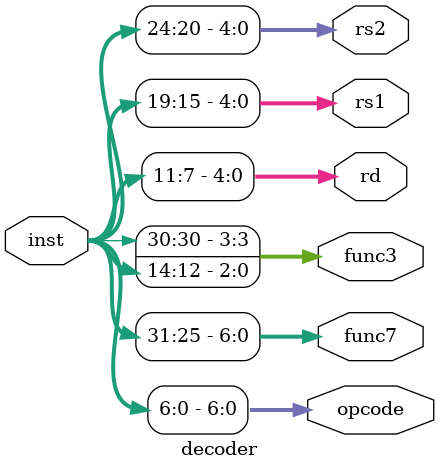
<source format=sv>
module decoder(
  input logic [31:0] inst,
  output logic [6:0] opcode,func7,
  output logic [3:0] func3,
  output logic [4:0] rd,rs1,rs2
  );
  always_comb begin
     opcode = inst [6:0];
     rd = inst [11:7];
     func3[2:0] = inst [14:12];
     func3[3] = inst [30];
     rs1 = inst [19:15];
     rs2 = inst [24:20];
     func7 = inst [31:25];
  end  
endmodule


</source>
